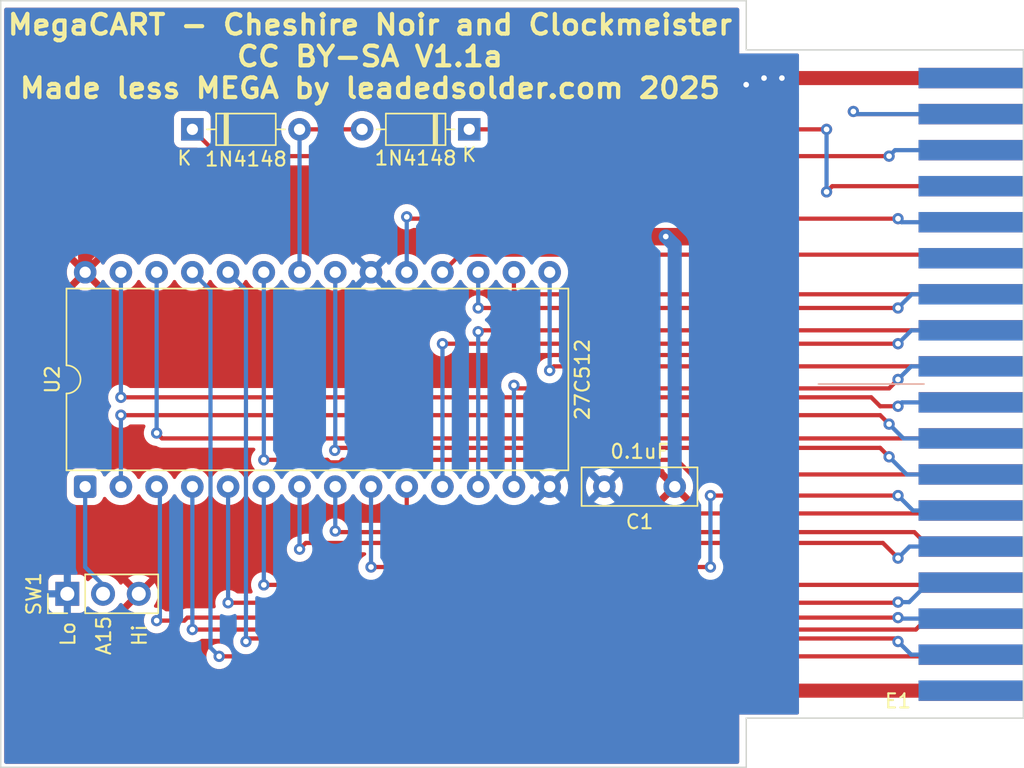
<source format=kicad_pcb>
(kicad_pcb (version 20241229) (generator "pcbnew") (generator_version "9.0")
  (layers (0 "F.Cu" signal) (2 "B.Cu" signal) (13 "F.Paste" user) (15 "B.Paste" user) (5 "F.SilkS" user "F.Silkscreen") (7 "B.SilkS" user "B.Silkscreen") (1 "F.Mask" user) (3 "B.Mask" user) (25 "Edge.Cuts" user))
  (net 0 "")
  (net 1 "GND")
  (net 2 "+5V")
  (net 3 "Net-(D1-K)")
  (net 4 "Net-(D1-A)")
  (net 5 "Net-(D2-K)")
  (net 6 "/A1")
  (net 7 "/A10")
  (net 8 "/D2")
  (net 10 "Net-(E1-_ROM0)")
  (net 12 "/D7")
  (net 13 "/A4")
  (net 14 "/D6")
  (net 17 "/A5")
  (net 18 "/A2")
  (net 19 "/A3")
  (net 20 "/A12")
  (net 21 "/A9")
  (net 22 "/A13")
  (net 23 "/A8")
  (net 24 "/D0")
  (net 25 "/D3")
  (net 26 "/D5")
  (net 27 "/D1")
  (net 29 "/A14")
  (net 31 "/A6")
  (net 32 "/D4")
  (net 33 "/A0")
  (net 34 "/A11")
  (net 35 "/A7")
  (net 37 "Net-(SW1-B)")
  (footprint "Diode_THT:D_DO-35_SOD27_P7.62mm_Horizontal" (layer "F.Cu") (at 111.125 80.645)
    (property "Reference" "D2" (hide yes))
    (property "Value" "1N4148" (at 3.81 2.12 0) (layer "F.SilkS"))
    (fp_line (start 1.04 0) (end 1.69 0) (stroke (width 0.12)) (layer "F.SilkS"))
    (fp_line (start 1.69 -1.12) (end 1.69 1.12) (stroke (width 0.12)) (layer "F.SilkS"))
    (fp_line (start 1.69 1.12) (end 5.93 1.12) (stroke (width 0.12)) (layer "F.SilkS"))
    (fp_line (start 2.29 -1.12) (end 2.29 1.12) (stroke (width 0.12)) (layer "F.SilkS"))
    (fp_line (start 2.41 -1.12) (end 2.41 1.12) (stroke (width 0.12)) (layer "F.SilkS"))
    (fp_line (start 2.53 -1.12) (end 2.53 1.12) (stroke (width 0.12)) (layer "F.SilkS"))
    (fp_line (start 5.93 -1.12) (end 1.69 -1.12) (stroke (width 0.12)) (layer "F.SilkS"))
    (fp_line (start 5.93 1.12) (end 5.93 -1.12) (stroke (width 0.12)) (layer "F.SilkS"))
    (fp_line (start 6.58 0) (end 5.93 0) (stroke (width 0.12)) (layer "F.SilkS"))
    (fp_text user "K" (at -0.565 2.05 0) (layer "F.SilkS"))
    (pad "1" thru_hole rect (at 0 0) (size 1.6 1.6) (drill 0.8) (layers "*.Cu" "*.Mask") (net 5 "Net-(D2-K)"))
    (pad "2" thru_hole oval (at 7.62 0) (size 1.6 1.6) (drill 0.8) (layers "*.Cu" "*.Mask") (net 4 "Net-(D1-A)"))
  )
  (footprint "WizzardCart:36Edge" (layer "F.Cu") (at 160.5 120.55 90)
    (property "Reference" "E1" (at -0.735 0.79 180) (layer "F.SilkS"))
    (property "Value" "36Edge")
    (pad "1" connect rect (at 0 6 90) (size 1.45 7.5) (layers "F.Cu" "F.Mask") (net 2 "+5V"))
    (pad "2" connect rect (at 0 6 90) (size 1.45 7.5) (layers "B.Cu" "B.Mask"))
    (pad "3" connect rect (at 2.561764 6 90) (size 1.45 7.5) (layers "F.Cu" "F.Mask") (net 23 "/A8"))
    (pad "4" connect rect (at 2.561764 6 90) (size 1.45 7.5) (layers "B.Cu" "B.Mask") (net 21 "/A9"))
    (pad "5" connect rect (at 5.123528 6 90) (size 1.45 7.5) (layers "F.Cu" "F.Mask") (net 31 "/A6"))
    (pad "6" connect rect (at 5.123528 6 90) (size 1.45 7.5) (layers "B.Cu" "B.Mask") (net 35 "/A7"))
    (pad "7" connect rect (at 7.685292 6 90) (size 1.45 7.5) (layers "F.Cu" "F.Mask") (net 13 "/A4"))
    (pad "8" connect rect (at 7.685292 6 90) (size 1.45 7.5) (layers "B.Cu" "B.Mask") (net 17 "/A5"))
    (pad "9" connect rect (at 10.247056 6 90) (size 1.45 7.5) (layers "F.Cu" "F.Mask") (net 18 "/A2"))
    (pad "10" connect rect (at 10.247056 6 90) (size 1.45 7.5) (layers "B.Cu" "B.Mask") (net 19 "/A3"))
    (pad "11" connect rect (at 12.80882 6 90) (size 1.45 7.5) (layers "F.Cu" "F.Mask") (net 33 "/A0"))
    (pad "12" connect rect (at 12.80882 6 90) (size 1.45 7.5) (layers "B.Cu" "B.Mask") (net 6 "/A1"))
    (pad "13" connect rect (at 15.370584 6 90) (size 1.45 7.5) (layers "F.Cu" "F.Mask") (net 34 "/A11"))
    (pad "14" connect rect (at 15.370584 6 90) (size 1.45 7.5) (layers "B.Cu" "B.Mask") (net 7 "/A10"))
    (pad "15" connect rect (at 17.932348 6 90) (size 1.45 7.5) (layers "F.Cu" "F.Mask") (net 22 "/A13"))
    (pad "16" connect rect (at 17.932348 6 90) (size 1.45 7.5) (layers "B.Cu" "B.Mask") (net 20 "/A12"))
    (pad "17" connect rect (at 20.494112 6 90) (size 1.45 7.5) (layers "F.Cu" "F.Mask"))
    (pad "18" connect rect (at 20.494112 6 90) (size 1.45 7.5) (layers "B.Cu" "B.Mask") (net 29 "/A14"))
    (pad "19" connect rect (at 23.055876 6 90) (size 1.45 7.5) (layers "F.Cu" "F.Mask") (net 25 "/D3"))
    (pad "20" connect rect (at 23.055876 6 90) (size 1.45 7.5) (layers "B.Cu" "B.Mask") (net 8 "/D2"))
    (pad "21" connect rect (at 25.61764 6 90) (size 1.45 7.5) (layers "F.Cu" "F.Mask") (net 27 "/D1"))
    (pad "22" connect rect (at 25.61764 6 90) (size 1.45 7.5) (layers "B.Cu" "B.Mask") (net 24 "/D0"))
    (pad "23" connect rect (at 28.179404 6 90) (size 1.45 7.5) (layers "F.Cu" "F.Mask") (net 32 "/D4"))
    (pad "24" connect rect (at 28.179404 6 90) (size 1.45 7.5) (layers "B.Cu" "B.Mask") (net 26 "/D5"))
    (pad "25" connect rect (at 30.741168 6 90) (size 1.45 7.5) (layers "F.Cu" "F.Mask") (net 14 "/D6"))
    (pad "26" connect rect (at 30.741168 6 90) (size 1.45 7.5) (layers "B.Cu" "B.Mask"))
    (pad "27" connect rect (at 33.302932 6 90) (size 1.45 7.5) (layers "F.Cu" "F.Mask"))
    (pad "28" connect rect (at 33.302932 6 90) (size 1.45 7.5) (layers "B.Cu" "B.Mask") (net 12 "/D7"))
    (pad "29" connect rect (at 35.864696 6 90) (size 1.45 7.5) (layers "F.Cu" "F.Mask") (net 3 "Net-(D1-K)"))
    (pad "30" connect rect (at 35.864696 6 90) (size 1.45 7.5) (layers "B.Cu" "B.Mask"))
    (pad "31" connect rect (at 38.42646 6 90) (size 1.45 7.5) (layers "F.Cu" "F.Mask"))
    (pad "32" connect rect (at 38.42646 6 90) (size 1.45 7.5) (layers "B.Cu" "B.Mask") (net 5 "Net-(D2-K)"))
    (pad "33" connect rect (at 40.988224 6 90) (size 1.45 7.5) (layers "F.Cu" "F.Mask") (net 10 "Net-(E1-_ROM0)"))
    (pad "34" connect rect (at 40.988224 6 90) (size 1.45 7.5) (layers "B.Cu" "B.Mask") (net 10 "Net-(E1-_ROM0)"))
    (pad "35" connect rect (at 43.55 6 90) (size 1.45 7.5) (layers "F.Cu" "F.Mask") (net 1 "GND"))
    (pad "36" connect rect (at 43.55 6 90) (size 1.45 7.5) (layers "B.Cu" "B.Mask"))
  )
  (footprint "Capacitor_THT:C_Disc_D8.0mm_W2.5mm_P5.00mm" (layer "F.Cu") (at 145.415 106.045 180)
    (property "Reference" "C1" (at 2.5 -2.5 0) (layer "F.SilkS"))
    (property "Value" "0.1uF" (at 2.5 2.5 0) (layer "F.SilkS"))
    (fp_line (start 6.62 -1.37) (end 6.62 1.37) (stroke (width 0.12)) (layer "F.SilkS"))
    (fp_line (start -1.62 1.37) (end 6.62 1.37) (stroke (width 0.12)) (layer "F.SilkS"))
    (fp_line (start -1.62 -1.37) (end 6.62 -1.37) (stroke (width 0.12)) (layer "F.SilkS"))
    (fp_line (start -1.62 -1.37) (end -1.62 1.37) (stroke (width 0.12)) (layer "F.SilkS"))
    (pad "1" thru_hole circle (at 0 0 180) (size 1.6 1.6) (drill 0.8) (layers "*.Cu" "*.Mask") (net 2 "+5V"))
    (pad "2" thru_hole circle (at 5 0 180) (size 1.6 1.6) (drill 0.8) (layers "*.Cu" "*.Mask") (net 1 "GND"))
  )
  (footprint "Diode_THT:D_DO-35_SOD27_P7.62mm_Horizontal" (layer "F.Cu") (at 130.81 80.645 180)
    (property "Reference" "D1" (hide yes))
    (property "Value" "1N4148" (at 3.81 -2.05 0) (layer "F.SilkS"))
    (fp_line (start 6.58 0) (end 5.93 0) (stroke (width 0.12)) (layer "F.SilkS"))
    (fp_line (start 5.93 1.12) (end 5.93 -1.12) (stroke (width 0.12)) (layer "F.SilkS"))
    (fp_line (start 5.93 -1.12) (end 1.69 -1.12) (stroke (width 0.12)) (layer "F.SilkS"))
    (fp_line (start 2.53 -1.12) (end 2.53 1.12) (stroke (width 0.12)) (layer "F.SilkS"))
    (fp_line (start 2.41 -1.12) (end 2.41 1.12) (stroke (width 0.12)) (layer "F.SilkS"))
    (fp_line (start 2.29 -1.12) (end 2.29 1.12) (stroke (width 0.12)) (layer "F.SilkS"))
    (fp_line (start 1.69 1.12) (end 5.93 1.12) (stroke (width 0.12)) (layer "F.SilkS"))
    (fp_line (start 1.69 -1.12) (end 1.69 1.12) (stroke (width 0.12)) (layer "F.SilkS"))
    (fp_line (start 1.04 0) (end 1.69 0) (stroke (width 0.12)) (layer "F.SilkS"))
    (fp_text user "K" (at 0 -1.8 0) (layer "F.SilkS"))
    (pad "1" thru_hole rect (at 0 0 180) (size 1.6 1.6) (drill 0.8) (layers "*.Cu" "*.Mask") (net 3 "Net-(D1-K)"))
    (pad "2" thru_hole oval (at 7.62 0 180) (size 1.6 1.6) (drill 0.8) (layers "*.Cu" "*.Mask") (net 4 "Net-(D1-A)"))
  )
  (footprint "Connector_PinHeader_2.54mm:PinHeader_1x03_P2.54mm_Vertical" (layer "F.Cu") (at 102.235 113.665 90)
    (property "Reference" "SW1" (at 0 -2.38 90) (layer "F.SilkS"))
    (property "Value" "SW_SPDT")
    (fp_line (start -1.38 -1.38) (end 0 -1.38) (stroke (width 0.12)) (layer "F.SilkS"))
    (fp_line (start -1.38 0) (end -1.38 -1.38) (stroke (width 0.12)) (layer "F.SilkS"))
    (fp_line (start 1.38 1.27) (end 1.38 6.46) (stroke (width 0.12)) (layer "F.SilkS"))
    (fp_line (start -1.38 1.27) (end 1.38 1.27) (stroke (width 0.12)) (layer "F.SilkS"))
    (fp_line (start -1.38 1.27) (end -1.38 6.46) (stroke (width 0.12)) (layer "F.SilkS"))
    (fp_line (start -1.38 6.46) (end 1.38 6.46) (stroke (width 0.12)) (layer "F.SilkS"))
    (pad "1" thru_hole rect (at 0 0 90) (size 1.7 1.7) (drill 1) (layers "*.Cu" "*.Mask") (net 1 "GND"))
    (pad "2" thru_hole circle (at 0 2.54 90) (size 1.7 1.7) (drill 1) (layers "*.Cu" "*.Mask") (net 37 "Net-(SW1-B)"))
    (pad "3" thru_hole circle (at 0 5.08 90) (size 1.7 1.7) (drill 1) (layers "*.Cu" "*.Mask") (net 2 "+5V"))
  )
  (footprint "Package_DIP:DIP-28_W15.24mm" (layer "F.Cu") (at 103.505 106.045 90)
    (property "Reference" "U2" (at 7.62 -2.33 90) (layer "F.SilkS"))
    (property "Value" "27C512" (at 7.62 35.35 90) (layer "F.SilkS"))
    (fp_line (start 14.08 -1.33) (end 8.62 -1.33) (stroke (width 0.12)) (layer "F.SilkS"))
    (fp_line (start 6.62 -1.33) (end 1.16 -1.33) (stroke (width 0.12)) (layer "F.SilkS"))
    (fp_line (start 1.16 -1.33) (end 1.16 34.35) (stroke (width 0.12)) (layer "F.SilkS"))
    (fp_line (start 14.08 34.35) (end 14.08 -1.33) (stroke (width 0.12)) (layer "F.SilkS"))
    (fp_line (start 1.16 34.35) (end 14.08 34.35) (stroke (width 0.12)) (layer "F.SilkS"))
    (fp_arc (start 8.62 -1.33) (mid 7.62 -0.33) (end 6.62 -1.33) (stroke (width 0.12)) (layer "F.SilkS"))
    (pad "1" thru_hole roundrect (at 0 0 90) (size 1.6 1.6) (drill 0.8) (layers "*.Cu" "*.Mask") (roundrect_rratio 0.15625) (net 37 "Net-(SW1-B)"))
    (pad "2" thru_hole circle (at 0 2.54 90) (size 1.6 1.6) (drill 0.8) (layers "*.Cu" "*.Mask") (net 20 "/A12"))
    (pad "3" thru_hole circle (at 0 5.08 90) (size 1.6 1.6) (drill 0.8) (layers "*.Cu" "*.Mask") (net 35 "/A7"))
    (pad "4" thru_hole circle (at 0 7.62 90) (size 1.6 1.6) (drill 0.8) (layers "*.Cu" "*.Mask") (net 31 "/A6"))
    (pad "5" thru_hole circle (at 0 10.16 90) (size 1.6 1.6) (drill 0.8) (layers "*.Cu" "*.Mask") (net 17 "/A5"))
    (pad "6" thru_hole circle (at 0 12.7 90) (size 1.6 1.6) (drill 0.8) (layers "*.Cu" "*.Mask") (net 13 "/A4"))
    (pad "7" thru_hole circle (at 0 15.24 90) (size 1.6 1.6) (drill 0.8) (layers "*.Cu" "*.Mask") (net 19 "/A3"))
    (pad "8" thru_hole circle (at 0 17.78 90) (size 1.6 1.6) (drill 0.8) (layers "*.Cu" "*.Mask") (net 18 "/A2"))
    (pad "9" thru_hole circle (at 0 20.32 90) (size 1.6 1.6) (drill 0.8) (layers "*.Cu" "*.Mask") (net 6 "/A1"))
    (pad "10" thru_hole circle (at 0 22.86 90) (size 1.6 1.6) (drill 0.8) (layers "*.Cu" "*.Mask") (net 33 "/A0"))
    (pad "11" thru_hole circle (at 0 25.4 90) (size 1.6 1.6) (drill 0.8) (layers "*.Cu" "*.Mask") (net 24 "/D0"))
    (pad "12" thru_hole circle (at 0 27.94 90) (size 1.6 1.6) (drill 0.8) (layers "*.Cu" "*.Mask") (net 27 "/D1"))
    (pad "13" thru_hole circle (at 0 30.48 90) (size 1.6 1.6) (drill 0.8) (layers "*.Cu" "*.Mask") (net 8 "/D2"))
    (pad "14" thru_hole circle (at 0 33.02 90) (size 1.6 1.6) (drill 0.8) (layers "*.Cu" "*.Mask") (net 1 "GND"))
    (pad "15" thru_hole circle (at 15.24 33.02 90) (size 1.6 1.6) (drill 0.8) (layers "*.Cu" "*.Mask") (net 25 "/D3"))
    (pad "16" thru_hole circle (at 15.24 30.48 90) (size 1.6 1.6) (drill 0.8) (layers "*.Cu" "*.Mask") (net 32 "/D4"))
    (pad "17" thru_hole circle (at 15.24 27.94 90) (size 1.6 1.6) (drill 0.8) (layers "*.Cu" "*.Mask") (net 26 "/D5"))
    (pad "18" thru_hole circle (at 15.24 25.4 90) (size 1.6 1.6) (drill 0.8) (layers "*.Cu" "*.Mask") (net 14 "/D6"))
    (pad "19" thru_hole circle (at 15.24 22.86 90) (size 1.6 1.6) (drill 0.8) (layers "*.Cu" "*.Mask") (net 12 "/D7"))
    (pad "20" thru_hole circle (at 15.24 20.32 90) (size 1.6 1.6) (drill 0.8) (layers "*.Cu" "*.Mask") (net 1 "GND"))
    (pad "21" thru_hole circle (at 15.24 17.78 90) (size 1.6 1.6) (drill 0.8) (layers "*.Cu" "*.Mask") (net 7 "/A10"))
    (pad "22" thru_hole circle (at 15.24 15.24 90) (size 1.6 1.6) (drill 0.8) (layers "*.Cu" "*.Mask") (net 4 "Net-(D1-A)"))
    (pad "23" thru_hole circle (at 15.24 12.7 90) (size 1.6 1.6) (drill 0.8) (layers "*.Cu" "*.Mask") (net 34 "/A11"))
    (pad "24" thru_hole circle (at 15.24 10.16 90) (size 1.6 1.6) (drill 0.8) (layers "*.Cu" "*.Mask") (net 21 "/A9"))
    (pad "25" thru_hole circle (at 15.24 7.62 90) (size 1.6 1.6) (drill 0.8) (layers "*.Cu" "*.Mask") (net 23 "/A8"))
    (pad "26" thru_hole circle (at 15.24 5.08 90) (size 1.6 1.6) (drill 0.8) (layers "*.Cu" "*.Mask") (net 22 "/A13"))
    (pad "27" thru_hole circle (at 15.24 2.54 90) (size 1.6 1.6) (drill 0.8) (layers "*.Cu" "*.Mask") (net 29 "/A14"))
    (pad "28" thru_hole circle (at 15.24 0 90) (size 1.6 1.6) (drill 0.8) (layers "*.Cu" "*.Mask") (net 2 "+5V"))
  )
  (gr_line (start 155.635 98.75) (end 163.135 98.75) (stroke (width 0.12)) (layer "B.SilkS"))
  (gr_line (start 170.2 122.5) (end 150.5 122.5) (stroke (width 0.1)) (layer "Edge.Cuts"))
  (gr_line (start 150.5 122.5) (end 150.5 126) (stroke (width 0.1)) (layer "Edge.Cuts"))
  (gr_line (start 97.5 126) (end 97.5 71.5) (stroke (width 0.1)) (layer "Edge.Cuts"))
  (gr_line (start 170.2 75) (end 170.2 122.5) (stroke (width 0.1)) (layer "Edge.Cuts"))
  (gr_line (start 150.5 75) (end 170.2 75) (stroke (width 0.1)) (layer "Edge.Cuts"))
  (gr_line (start 97.5 71.5) (end 150.5 71.5) (stroke (width 0.1)) (layer "Edge.Cuts"))
  (gr_line (start 150.5 71.5) (end 150.5 75) (stroke (width 0.1)) (layer "Edge.Cuts"))
  (gr_line (start 150.5 126) (end 97.5 126) (stroke (width 0.1)) (layer "Edge.Cuts"))
  (gr_text "A15" (at 105.41 118.11 90) (layer "F.SilkS") (effects (font (size 1 1)) (justify left bottom)))
  (gr_text "Hi" (at 107.95 117.475 90) (layer "F.SilkS") (effects (font (size 1 1)) (justify left bottom)))
  (gr_text "Lo" (at 102.87 117.475 90) (layer "F.SilkS") (effects (font (size 1 1)) (justify left bottom)))
  (gr_text "MegaCART - Cheshire Noir and Clockmeister\nCC BY-SA V1.1a\nMade less MEGA by leadedsolder.com 2025" (at 123.75 72.39 0) (layer "F.SilkS") (effects (font (size 1.4 1.5) (thickness 0.3)) (justify top)))
  (segment (start 166.5 77) (end 153.035 77) (width 1) (layer "F.Cu") (net 1))
  (segment (start 153.035 77) (end 151.765 77) (width 1) (layer "F.Cu") (net 1))
  (segment (start 151.765 77) (end 150.965 77) (width 1) (layer "F.Cu") (net 1))
  (segment (start 150.965 77) (end 150.495 77.47) (width 1) (layer "F.Cu") (net 1))
  (via (at 151.765 77) (size 0.8) (drill 0.4) (layers "F.Cu" "B.Cu") (net 1))
  (via (at 153.035 77) (size 0.8) (drill 0.4) (layers "F.Cu" "B.Cu") (net 1))
  (via (at 150.495 77.47) (size 1) (drill 0.4) (layers "F.Cu" "B.Cu") (net 1))
  (segment (start 103.505 90.805) (end 103.505 89.67363) (width 1) (layer "F.Cu") (net 2))
  (segment (start 166.5 120.55) (end 153.57 120.55) (width 1) (layer "F.Cu") (net 2))
  (segment (start 153.57 120.55) (end 153.035 120.015) (width 1) (layer "F.Cu") (net 2))
  (segment (start 104.91363 88.265) (end 144.78 88.265) (width 1) (layer "F.Cu") (net 2))
  (segment (start 103.505 89.67363) (end 104.91363 88.265) (width 1) (layer "F.Cu") (net 2))
  (via (at 144.78 88.265) (size 1) (drill 0.4) (layers "F.Cu" "B.Cu") (net 2))
  (segment (start 145.415 88.9) (end 145.415 106.045) (width 1) (layer "B.Cu") (net 2))
  (segment (start 144.78 88.265) (end 145.415 88.9) (width 1) (layer "B.Cu") (net 2))
  (segment (start 130.81 80.645) (end 156.21 80.645) (width 0.3) (layer "F.Cu") (net 3))
  (segment (start 156.614696 84.685304) (end 166.5 84.685304) (width 0.3) (layer "F.Cu") (net 3))
  (segment (start 156.21 85.09) (end 156.614696 84.685304) (width 0.3) (layer "F.Cu") (net 3))
  (via (at 156.21 80.645) (size 0.8) (drill 0.4) (layers "F.Cu" "B.Cu") (net 3))
  (via (at 156.21 85.09) (size 0.8) (drill 0.4) (layers "F.Cu" "B.Cu") (net 3))
  (segment (start 156.21 80.645) (end 156.21 85.09) (width 0.3) (layer "B.Cu") (net 3))
  (segment (start 123.19 80.645) (end 118.745 80.645) (width 0.3) (layer "F.Cu") (net 4))
  (segment (start 118.745 80.645) (end 118.745 90.805) (width 0.3) (layer "B.Cu") (net 4))
  (segment (start 111.125 80.645) (end 113.03 82.55) (width 0.3) (layer "F.Cu") (net 5))
  (segment (start 113.03 82.55) (end 160.655 82.55) (width 0.3) (layer "F.Cu") (net 5))
  (via (at 160.655 82.55) (size 0.8) (drill 0.4) (layers "F.Cu" "B.Cu") (net 5))
  (segment (start 160.655 82.55) (end 161.08146 82.12354) (width 0.3) (layer "B.Cu") (net 5))
  (segment (start 161.08146 82.12354) (end 166.5 82.12354) (width 0.3) (layer "B.Cu") (net 5))
  (segment (start 161.29 106.68) (end 147.955 106.68) (width 0.3) (layer "F.Cu") (net 6))
  (segment (start 147.955 111.76) (end 123.825 111.76) (width 0.3) (layer "F.Cu") (net 6))
  (via (at 161.29 106.68) (size 0.8) (drill 0.4) (layers "F.Cu" "B.Cu") (net 6))
  (via (at 123.825 111.76) (size 0.8) (drill 0.4) (layers "F.Cu" "B.Cu") (net 6))
  (via (at 147.955 111.76) (size 0.8) (drill 0.4) (layers "F.Cu" "B.Cu") (net 6))
  (via (at 147.955 106.68) (size 0.8) (drill 0.4) (layers "F.Cu" "B.Cu") (net 6))
  (segment (start 123.825 111.76) (end 123.825 106.045) (width 0.3) (layer "B.Cu") (net 6))
  (segment (start 162.35118 107.74118) (end 161.29 106.68) (width 0.3) (layer "B.Cu") (net 6))
  (segment (start 166.5 107.74118) (end 162.35118 107.74118) (width 0.3) (layer "B.Cu") (net 6))
  (segment (start 147.955 106.68) (end 147.955 111.76) (width 0.3) (layer "B.Cu") (net 6))
  (segment (start 160.02 103.29) (end 121.424868 103.29) (width 0.3) (layer "F.Cu") (net 7))
  (segment (start 121.424868 103.29) (end 121.247216 103.467652) (width 0.3) (layer "F.Cu") (net 7))
  (segment (start 160.655 103.925) (end 160.02 103.29) (width 0.3) (layer "F.Cu") (net 7))
  (via (at 121.247216 103.467652) (size 0.8) (drill 0.4) (layers "F.Cu" "B.Cu") (net 7))
  (via (at 160.655 103.925) (size 0.8) (drill 0.4) (layers "F.Cu" "B.Cu") (net 7))
  (segment (start 121.285 90.805) (end 121.285 103.429868) (width 0.3) (layer "B.Cu") (net 7))
  (segment (start 121.285 103.429868) (end 121.247216 103.467652) (width 0.3) (layer "B.Cu") (net 7))
  (segment (start 166.5 105.179416) (end 161.909416 105.179416) (width 0.3) (layer "B.Cu") (net 7))
  (segment (start 161.909416 105.179416) (end 160.655 103.925) (width 0.3) (layer "B.Cu") (net 7))
  (segment (start 134.2 99.06) (end 133.985 98.845) (width 0.3) (layer "F.Cu") (net 8))
  (segment (start 160.655 99.06) (end 134.2 99.06) (width 0.3) (layer "F.Cu") (net 8))
  (segment (start 161.29 98.425) (end 160.655 99.06) (width 0.3) (layer "F.Cu") (net 8))
  (via (at 161.29 98.425) (size 0.8) (drill 0.4) (layers "F.Cu" "B.Cu") (net 8))
  (via (at 133.985 98.845) (size 0.8) (drill 0.4) (layers "F.Cu" "B.Cu") (net 8))
  (segment (start 162.220876 97.494124) (end 161.29 98.425) (width 0.3) (layer "B.Cu") (net 8))
  (segment (start 166.5 97.494124) (end 162.220876 97.494124) (width 0.3) (layer "B.Cu") (net 8))
  (segment (start 133.985 106.045) (end 133.985 98.845) (width 0.3) (layer "B.Cu") (net 8))
  (segment (start 158.115 79.375) (end 158.301776 79.561776) (width 0.3) (layer "F.Cu") (net 10))
  (segment (start 158.301776 79.561776) (end 166.5 79.561776) (width 0.3) (layer "F.Cu") (net 10))
  (via (at 158.115 79.375) (size 0.8) (drill 0.4) (layers "F.Cu" "B.Cu") (net 10))
  (segment (start 166.5 79.561776) (end 158.301776 79.561776) (width 0.3) (layer "B.Cu") (net 10))
  (segment (start 158.301776 79.561776) (end 158.115 79.375) (width 0.3) (layer "B.Cu") (net 10))
  (segment (start 126.495 86.995) (end 126.365 86.865) (width 0.3) (layer "F.Cu") (net 12))
  (segment (start 161.29 86.995) (end 126.495 86.995) (width 0.3) (layer "F.Cu") (net 12))
  (via (at 126.365 86.865) (size 0.8) (drill 0.4) (layers "F.Cu" "B.Cu") (net 12))
  (via (at 161.29 86.995) (size 0.8) (drill 0.4) (layers "F.Cu" "B.Cu") (net 12))
  (segment (start 161.542068 87.247068) (end 161.29 86.995) (width 0.3) (layer "B.Cu") (net 12))
  (segment (start 126.365 90.805) (end 126.365 86.865) (width 0.3) (layer "B.Cu") (net 12))
  (segment (start 166.5 87.247068) (end 161.542068 87.247068) (width 0.3) (layer "B.Cu") (net 12))
  (segment (start 166.334708 113.03) (end 116.205 113.03) (width 0.3) (layer "F.Cu") (net 13))
  (segment (start 166.5 112.864708) (end 166.334708 113.03) (width 0.3) (layer "F.Cu") (net 13))
  (via (at 116.205 113.03) (size 0.8) (drill 0.4) (layers "F.Cu" "B.Cu") (net 13))
  (segment (start 116.205 113.03) (end 116.205 106.045) (width 0.3) (layer "B.Cu") (net 13))
  (segment (start 166.5 89.808832) (end 166.245168 89.554) (width 0.3) (layer "F.Cu") (net 14))
  (segment (start 130.156 89.554) (end 128.905 90.805) (width 0.3) (layer "F.Cu") (net 14))
  (segment (start 166.245168 89.554) (end 130.156 89.554) (width 0.3) (layer "F.Cu") (net 14))
  (segment (start 161.244997 114.3) (end 161.29 114.254997) (width 0.3) (layer "F.Cu") (net 17))
  (segment (start 113.665 114.3) (end 161.244997 114.3) (width 0.3) (layer "F.Cu") (net 17))
  (via (at 113.665 114.3) (size 0.8) (drill 0.4) (layers "F.Cu" "B.Cu") (net 17))
  (via (at 161.29 114.254997) (size 0.8) (drill 0.4) (layers "F.Cu" "B.Cu") (net 17))
  (segment (start 113.665 114.3) (end 113.665 106.045) (width 0.3) (layer "B.Cu") (net 17))
  (segment (start 166.5 112.864708) (end 163.475 112.864708) (width 0.3) (layer "B.Cu") (net 17))
  (segment (start 163.475 112.864708) (end 162.084711 114.254997) (width 0.3) (layer "B.Cu") (net 17))
  (segment (start 162.084711 114.254997) (end 161.29 114.254997) (width 0.3) (layer "B.Cu") (net 17))
  (segment (start 121.363944 109.277944) (end 121.285 109.199) (width 0.3) (layer "F.Cu") (net 18))
  (segment (start 166.5 110.302944) (end 163.475 110.302944) (width 0.3) (layer "F.Cu") (net 18))
  (segment (start 162.45 109.277944) (end 121.363944 109.277944) (width 0.3) (layer "F.Cu") (net 18))
  (segment (start 163.475 110.302944) (end 162.45 109.277944) (width 0.3) (layer "F.Cu") (net 18))
  (via (at 121.285 109.199) (size 0.8) (drill 0.4) (layers "F.Cu" "B.Cu") (net 18))
  (segment (start 121.285 109.199) (end 121.285 106.045) (width 0.3) (layer "B.Cu") (net 18))
  (segment (start 161.29 111.125) (end 160.214 110.049) (width 0.3) (layer "F.Cu") (net 19))
  (segment (start 119.186 110.049) (end 118.745 110.49) (width 0.3) (layer "F.Cu") (net 19))
  (segment (start 160.214 110.049) (end 119.186 110.049) (width 0.3) (layer "F.Cu") (net 19))
  (via (at 118.745 110.49) (size 0.8) (drill 0.4) (layers "F.Cu" "B.Cu") (net 19))
  (via (at 161.29 111.125) (size 0.8) (drill 0.4) (layers "F.Cu" "B.Cu") (net 19))
  (segment (start 166.5 110.302944) (end 162.112056 110.302944) (width 0.3) (layer "B.Cu") (net 19))
  (segment (start 162.112056 110.302944) (end 161.29 111.125) (width 0.3) (layer "B.Cu") (net 19))
  (segment (start 118.745 110.49) (end 118.745 106.045) (width 0.3) (layer "B.Cu") (net 19))
  (segment (start 160.655 101.6) (end 160.02 100.965) (width 0.3) (layer "F.Cu") (net 20))
  (segment (start 160.02 100.965) (end 106.045 100.965) (width 0.3) (layer "F.Cu") (net 20))
  (via (at 160.655 101.6) (size 0.8) (drill 0.4) (layers "F.Cu" "B.Cu") (net 20))
  (via (at 106.045 100.965) (size 0.8) (drill 0.4) (layers "F.Cu" "B.Cu") (net 20))
  (segment (start 166.5 102.617652) (end 161.672652 102.617652) (width 0.3) (layer "B.Cu") (net 20))
  (segment (start 106.045 100.965) (end 106.045 106.045) (width 0.3) (layer "B.Cu") (net 20))
  (segment (start 161.672652 102.617652) (end 160.655 101.6) (width 0.3) (layer "B.Cu") (net 20))
  (segment (start 161.075 116.84) (end 115.15 116.84) (width 0.3) (layer "F.Cu") (net 21))
  (segment (start 115.15 116.84) (end 114.935 117.055) (width 0.3) (layer "F.Cu") (net 21))
  (segment (start 161.29 117.055) (end 161.075 116.84) (width 0.3) (layer "F.Cu") (net 21))
  (via (at 161.29 117.055) (size 0.8) (drill 0.4) (layers "F.Cu" "B.Cu") (net 21))
  (via (at 114.935 117.055) (size 0.8) (drill 0.4) (layers "F.Cu" "B.Cu") (net 21))
  (segment (start 114.935 92.075) (end 114.935 117.055) (width 0.3) (layer "B.Cu") (net 21))
  (segment (start 162.223236 117.988236) (end 161.29 117.055) (width 0.3) (layer "B.Cu") (net 21))
  (segment (start 113.665 90.805) (end 114.935 92.075) (width 0.3) (layer "B.Cu") (net 21))
  (segment (start 166.5 117.988236) (end 162.223236 117.988236) (width 0.3) (layer "B.Cu") (net 21))
  (segment (start 108.967652 102.617652) (end 108.585 102.235) (width 0.3) (layer "F.Cu") (net 22))
  (segment (start 166.5 102.617652) (end 108.967652 102.617652) (width 0.3) (layer "F.Cu") (net 22))
  (via (at 108.585 102.235) (size 0.8) (drill 0.4) (layers "F.Cu" "B.Cu") (net 22))
  (segment (start 108.585 102.235) (end 108.585 90.805) (width 0.3) (layer "B.Cu") (net 22))
  (segment (start 166.378236 118.11) (end 113.03 118.11) (width 0.3) (layer "F.Cu") (net 23))
  (segment (start 166.5 117.988236) (end 166.378236 118.11) (width 0.3) (layer "F.Cu") (net 23))
  (via (at 113.03 118.11) (size 0.8) (drill 0.4) (layers "F.Cu" "B.Cu") (net 23))
  (segment (start 112.414 92.094) (end 111.125 90.805) (width 0.3) (layer "B.Cu") (net 23))
  (segment (start 112.414 117.494) (end 112.414 92.094) (width 0.3) (layer "B.Cu") (net 23))
  (segment (start 113.03 118.11) (end 112.414 117.494) (width 0.3) (layer "B.Cu") (net 23))
  (segment (start 161.29 95.885) (end 128.905 95.885) (width 0.3) (layer "F.Cu") (net 24))
  (via (at 161.29 95.885) (size 0.8) (drill 0.4) (layers "F.Cu" "B.Cu") (net 24))
  (via (at 128.905 95.885) (size 0.8) (drill 0.4) (layers "F.Cu" "B.Cu") (net 24))
  (segment (start 128.905 95.885) (end 128.905 106.045) (width 0.3) (layer "B.Cu") (net 24))
  (segment (start 166.5 94.93236) (end 162.24264 94.93236) (width 0.3) (layer "B.Cu") (net 24))
  (segment (start 162.24264 94.93236) (end 161.29 95.885) (width 0.3) (layer "B.Cu") (net 24))
  (segment (start 136.820876 97.494124) (end 136.525 97.79) (width 0.3) (layer "F.Cu") (net 25))
  (segment (start 166.5 97.494124) (end 136.820876 97.494124) (width 0.3) (layer "F.Cu") (net 25))
  (via (at 136.525 97.79) (size 0.8) (drill 0.4) (layers "F.Cu" "B.Cu") (net 25))
  (segment (start 136.525 97.79) (end 136.525 90.805) (width 0.3) (layer "B.Cu") (net 25))
  (segment (start 131.445 93.345) (end 161.29 93.345) (width 0.3) (layer "F.Cu") (net 26))
  (via (at 131.445 93.345) (size 0.8) (drill 0.4) (layers "F.Cu" "B.Cu") (net 26))
  (via (at 161.29 93.345) (size 0.8) (drill 0.4) (layers "F.Cu" "B.Cu") (net 26))
  (segment (start 131.445 90.805) (end 131.445 93.345) (width 0.3) (layer "B.Cu") (net 26))
  (segment (start 162.264404 92.370596) (end 166.5 92.370596) (width 0.3) (layer "B.Cu") (net 26))
  (segment (start 161.29 93.345) (end 162.264404 92.370596) (width 0.3) (layer "B.Cu") (net 26))
  (segment (start 131.54764 94.93236) (end 131.445 95.035) (width 0.3) (layer "F.Cu") (net 27))
  (segment (start 166.5 94.93236) (end 131.54764 94.93236) (width 0.3) (layer "F.Cu") (net 27))
  (via (at 131.445 95.035) (size 0.8) (drill 0.4) (layers "F.Cu" "B.Cu") (net 27))
  (segment (start 131.445 106.045) (end 131.445 95.035) (width 0.3) (layer "B.Cu") (net 27))
  (segment (start 160.02 100.33) (end 159.385 99.695) (width 0.3) (layer "F.Cu") (net 29))
  (segment (start 161.29 100.33) (end 160.02 100.33) (width 0.3) (layer "F.Cu") (net 29))
  (segment (start 159.385 99.695) (end 106.045 99.695) (width 0.3) (layer "F.Cu") (net 29))
  (via (at 161.29 100.33) (size 0.8) (drill 0.4) (layers "F.Cu" "B.Cu") (net 29))
  (via (at 106.045 99.695) (size 0.8) (drill 0.4) (layers "F.Cu" "B.Cu") (net 29))
  (segment (start 161.564112 100.055888) (end 161.29 100.33) (width 0.3) (layer "B.Cu") (net 29))
  (segment (start 166.5 100.055888) (end 161.564112 100.055888) (width 0.3) (layer "B.Cu") (net 29))
  (segment (start 106.045 99.695) (end 106.045 90.805) (width 0.3) (layer "B.Cu") (net 29))
  (segment (start 163.338528 115.426472) (end 162.56 116.205) (width 0.3) (layer "F.Cu") (net 31))
  (segment (start 166.5 115.426472) (end 163.338528 115.426472) (width 0.3) (layer "F.Cu") (net 31))
  (segment (start 162.56 116.205) (end 111.125 116.205) (width 0.3) (layer "F.Cu") (net 31))
  (via (at 111.125 116.205) (size 0.8) (drill 0.4) (layers "F.Cu" "B.Cu") (net 31))
  (segment (start 111.125 116.205) (end 111.125 106.045) (width 0.3) (layer "B.Cu") (net 31))
  (segment (start 166.5 92.370596) (end 134.280596 92.370596) (width 0.3) (layer "F.Cu") (net 32))
  (segment (start 134.280596 92.370596) (end 133.985 92.075) (width 0.3) (layer "F.Cu") (net 32))
  (segment (start 133.985 92.075) (end 133.985 90.805) (width 0.3) (layer "F.Cu") (net 32))
  (segment (start 126.365 107.95) (end 126.365 106.045) (width 0.3) (layer "F.Cu") (net 33))
  (segment (start 166.5 107.74118) (end 166.29118 107.95) (width 0.3) (layer "F.Cu") (net 33))
  (segment (start 166.29118 107.95) (end 126.365 107.95) (width 0.3) (layer "F.Cu") (net 33))
  (segment (start 121.599298 104.317652) (end 120.895134 104.317652) (width 0.3) (layer "F.Cu") (net 34))
  (segment (start 146.60144 105.179416) (end 145.562024 104.14) (width 0.3) (layer "F.Cu") (net 34))
  (segment (start 121.77695 104.14) (end 121.599298 104.317652) (width 0.3) (layer "F.Cu") (net 34))
  (segment (start 120.895134 104.317652) (end 120.717482 104.14) (width 0.3) (layer "F.Cu") (net 34))
  (segment (start 145.562024 104.14) (end 121.77695 104.14) (width 0.3) (layer "F.Cu") (net 34))
  (segment (start 120.717482 104.14) (end 116.205 104.14) (width 0.3) (layer "F.Cu") (net 34))
  (segment (start 166.5 105.179416) (end 146.60144 105.179416) (width 0.3) (layer "F.Cu") (net 34))
  (via (at 116.205 104.14) (size 0.8) (drill 0.4) (layers "F.Cu" "B.Cu") (net 34))
  (segment (start 116.205 104.14) (end 116.205 90.805) (width 0.3) (layer "B.Cu") (net 34))
  (segment (start 110.557918 115.57) (end 110.772918 115.355) (width 0.3) (layer "F.Cu") (net 35))
  (segment (start 110.772918 115.355) (end 161.29 115.355) (width 0.3) (layer "F.Cu") (net 35))
  (segment (start 108.585 115.57) (end 110.557918 115.57) (width 0.3) (layer "F.Cu") (net 35))
  (via (at 161.29 115.355) (size 0.8) (drill 0.4) (layers "F.Cu" "B.Cu") (net 35))
  (via (at 108.585 115.57) (size 0.8) (drill 0.4) (layers "F.Cu" "B.Cu") (net 35))
  (segment (start 108.816 106.276) (end 108.585 106.045) (width 0.3) (layer "B.Cu") (net 35))
  (segment (start 108.816 115.339) (end 108.816 106.276) (width 0.3) (layer "B.Cu") (net 35))
  (segment (start 166.5 115.426472) (end 161.361472 115.426472) (width 0.3) (layer "B.Cu") (net 35))
  (segment (start 108.585 115.57) (end 108.816 115.339) (width 0.3) (layer "B.Cu") (net 35))
  (segment (start 161.361472 115.426472) (end 161.29 115.355) (width 0.3) (layer "B.Cu") (net 35))
  (segment (start 104.775 113.03) (end 104.775 113.665) (width 0.3) (layer "B.Cu") (net 37))
  (segment (start 103.505 106.045) (end 103.505 111.76) (width 0.3) (layer "B.Cu") (net 37))
  (segment (start 103.505 111.76) (end 104.775 113.03) (width 0.3) (layer "B.Cu") (net 37))
  (zone (net 2) (net_name "+5V") (layer "F.Cu") (connect_pads (clearance 0.508)) (min_thickness 0.254) (fill yes (thermal_gap 0.508) (thermal_bridge_width 0.508))
    (polygon (pts (xy 150 75.25) (xy 154.25 75.25) (xy 154.25 122.25) (xy 150 122.25) (xy 150 125.75) (xy 97.75 125.75) (xy 97.75 72) (xy 150 72)))
  )
  (zone (net 1) (net_name "GND") (layer "B.Cu") (connect_pads (clearance 0.508)) (min_thickness 0.254) (fill yes (thermal_gap 0.508) (thermal_bridge_width 0.508))
    (polygon (pts (xy 150 75.25) (xy 154.25 75.25) (xy 154.25 122.25) (xy 150 122.25) (xy 150 125.75) (xy 97.75 125.75) (xy 97.75 72) (xy 150 72)))
  )
)
</source>
